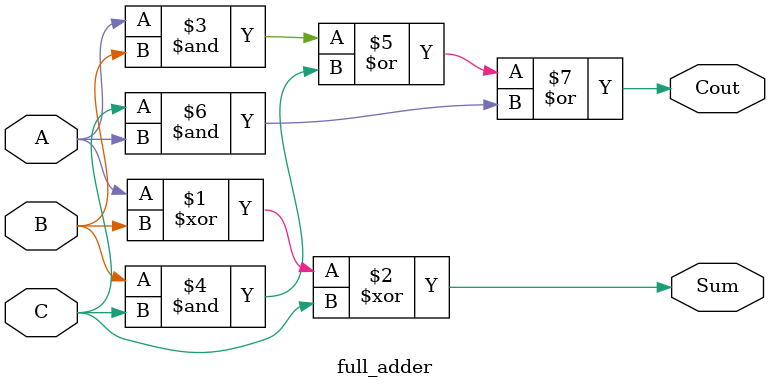
<source format=v>
`timescale 1ns / 1ps


module full_adder(output Sum,output Cout,input A,input B,input C);
    assign Sum = (A ^ B) ^ C;
    assign Cout = (A & B) | (B & C) | (C & A);
endmodule

</source>
